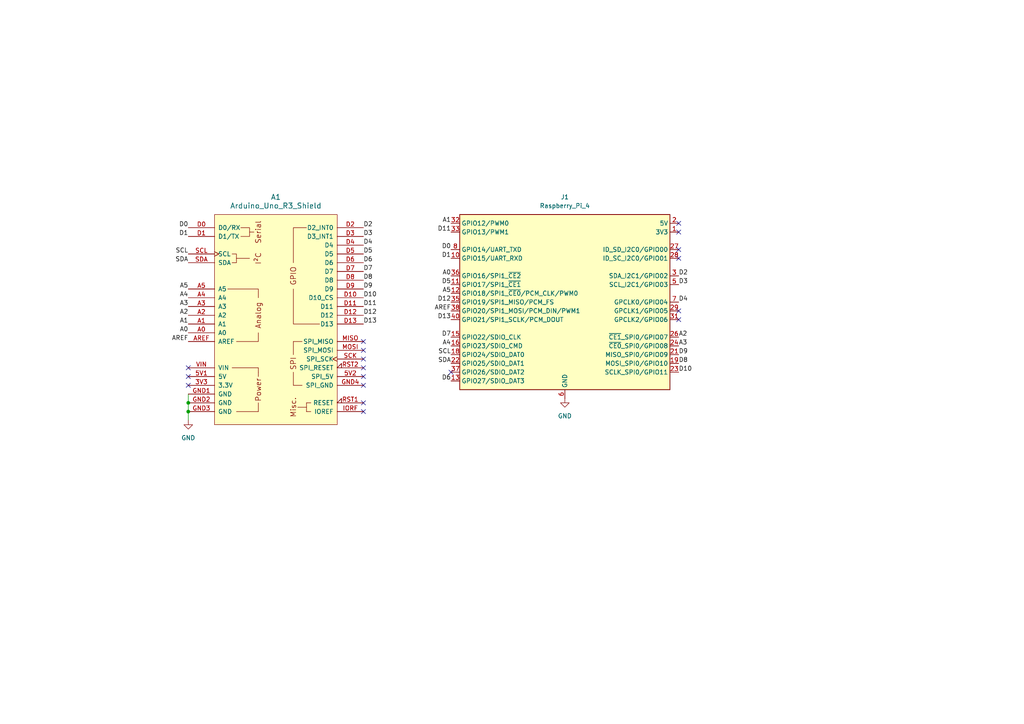
<source format=kicad_sch>
(kicad_sch (version 20250114) (generator "eeschema") (generator_version "9.0")
  (paper "A4")
  (lib_symbols
    (symbol "Connector:Raspberry_Pi_4"
      (property "Reference" "J" (at -17.526 48.768 0))
      (property "Value" "Raspberry_Pi_4" (at 15.748 -26.416 0))
      (symbol "Raspberry_Pi_4_0_1"
        (rectangle (start -30.48 25.4) (end 30.48 -25.4) (stroke (width 0.254)) (fill (type background)))
      )
      (symbol "Raspberry_Pi_4_1_1"
        (pin bidirectional line (at -33.02 22.86 0) (length 2.54) (name "GPIO12/PWM0") (number "32"))
        (pin bidirectional line (at -33.02 20.32 0) (length 2.54) (name "GPIO13/PWM1") (number "33"))
        (pin bidirectional line (at -33.02 15.24 0) (length 2.54) (name "GPIO14/UART_TXD") (number "8"))
        (pin bidirectional line (at -33.02 12.7 0) (length 2.54) (name "GPIO15/UART_RXD") (number "10"))
        (pin bidirectional line (at -33.02 7.62 0) (length 2.54) (name "GPIO16/SPI1_~{CE2}") (number "36"))
        (pin bidirectional line (at -33.02 5.08 0) (length 2.54) (name "GPIO17/SPI1_~{CE1}") (number "11"))
        (pin bidirectional line (at -33.02 2.54 0) (length 2.54) (name "GPIO18/SPI1_~{CE0}/PCM_CLK/PWM0") (number "12"))
        (pin bidirectional line (at -33.02 0 0) (length 2.54) (name "GPIO19/SPI1_MISO/PCM_FS") (number "35"))
        (pin bidirectional line (at -33.02 -2.54 0) (length 2.54) (name "GPIO20/SPI1_MOSI/PCM_DIN/PWM1") (number "38"))
        (pin bidirectional line (at -33.02 -5.08 0) (length 2.54) (name "GPIO21/SPI1_SCLK/PCM_DOUT") (number "40"))
        (pin bidirectional line (at -33.02 -10.16 0) (length 2.54) (name "GPIO22/SDIO_CLK") (number "15"))
        (pin bidirectional line (at -33.02 -12.7 0) (length 2.54) (name "GPIO23/SDIO_CMD") (number "16"))
        (pin bidirectional line (at -33.02 -15.24 0) (length 2.54) (name "GPIO24/SDIO_DAT0") (number "18"))
        (pin bidirectional line (at -33.02 -17.78 0) (length 2.54) (name "GPIO25/SDIO_DAT1") (number "22"))
        (pin bidirectional line (at -33.02 -20.32 0) (length 2.54) (name "GPIO26/SDIO_DAT2") (number "37"))
        (pin bidirectional line (at -33.02 -22.86 0) (length 2.54) (name "GPIO27/SDIO_DAT3") (number "13"))
        (pin passive line (at 0 -27.94 90) (length 2.54) (hide yes) (name "GND") (number "14"))
        (pin passive line (at 0 -27.94 90) (length 2.54) (hide yes) (name "GND") (number "20"))
        (pin passive line (at 0 -27.94 90) (length 2.54) (hide yes) (name "GND") (number "25"))
        (pin passive line (at 0 -27.94 90) (length 2.54) (hide yes) (name "GND") (number "30"))
        (pin passive line (at 0 -27.94 90) (length 2.54) (hide yes) (name "GND") (number "34"))
        (pin passive line (at 0 -27.94 90) (length 2.54) (hide yes) (name "GND") (number "39"))
        (pin power_out line (at 0 -27.94 90) (length 2.54) (name "GND") (number "6"))
        (pin passive line (at 0 -27.94 90) (length 2.54) (hide yes) (name "GND") (number "9"))
        (pin power_out line (at 33.02 22.86 180) (length 2.54) (name "5V") (number "2"))
        (pin passive line (at 33.02 22.86 180) (length 2.54) (hide yes) (name "5V") (number "4"))
        (pin power_out line (at 33.02 20.32 180) (length 2.54) (name "3V3") (number "1"))
        (pin passive line (at 33.02 20.32 180) (length 2.54) (hide yes) (name "3V3") (number "17"))
        (pin bidirectional line (at 33.02 15.24 180) (length 2.54) (name "ID_SD_I2C0/GPIO00") (number "27"))
        (pin bidirectional line (at 33.02 12.7 180) (length 2.54) (name "ID_SC_I2C0/GPIO01") (number "28"))
        (pin bidirectional line (at 33.02 7.62 180) (length 2.54) (name "SDA_I2C1/GPIO02") (number "3"))
        (pin bidirectional line (at 33.02 5.08 180) (length 2.54) (name "SCL_I2C1/GPIO03") (number "5"))
        (pin bidirectional line (at 33.02 0 180) (length 2.54) (name "GPCLK0/GPIO04") (number "7"))
        (pin bidirectional line (at 33.02 -2.54 180) (length 2.54) (name "GPCLK1/GPIO05") (number "29"))
        (pin bidirectional line (at 33.02 -5.08 180) (length 2.54) (name "GPCLK2/GPIO06") (number "31"))
        (pin bidirectional line (at 33.02 -10.16 180) (length 2.54) (name "~{CE1}_SPI0/GPIO07") (number "26"))
        (pin bidirectional line (at 33.02 -12.7 180) (length 2.54) (name "~{CE0}_SPI0/GPIO08") (number "24"))
        (pin bidirectional line (at 33.02 -15.24 180) (length 2.54) (name "MISO_SPI0/GPIO09") (number "21"))
        (pin bidirectional line (at 33.02 -17.78 180) (length 2.54) (name "MOSI_SPI0/GPIO10") (number "19"))
        (pin bidirectional line (at 33.02 -20.32 180) (length 2.54) (name "SCLK_SPI0/GPIO11") (number "23"))
      )
    )
    (symbol "PCM_arduino-library:Arduino_Uno_R3_Shield" (pin_names (offset 1.016))
      (property "Reference" "A" (at 0 36.83 0))
      (property "Value" "Arduino_Uno_R3_Shield" (at 0 33.02 0))
      (symbol "Arduino_Uno_R3_Shield_0_0"
        (rectangle (start -17.78 30.48) (end 17.78 -30.48) (fill (type background)))
        (polyline (pts (xy -12.7 19.05) (xy -11.43 19.05) (xy -11.43 16.51) (xy -12.7 16.51)))
        (rectangle (start -12.7 -13.97) (end -5.08 -13.97))
        (polyline (pts (xy -11.43 17.78) (xy -7.62 17.78)))
        (rectangle (start -11.43 -26.67) (end -5.08 -26.67))
        (polyline (pts (xy -10.16 26.67) (xy -7.62 26.67) (xy -7.62 24.13) (xy -10.16 24.13)))
        (polyline (pts (xy -7.62 25.4) (xy -6.35 25.4)))
        (polyline (pts (xy -5.08 6.35) (xy -5.08 8.89) (xy -13.97 8.89)))
        (polyline (pts (xy -5.08 -3.81) (xy -5.08 -6.35) (xy -11.43 -6.35)))
        (polyline (pts (xy -5.08 -13.97) (xy -5.08 -15.24)))
        (polyline (pts (xy -5.08 -15.24) (xy -5.08 -16.51)))
        (polyline (pts (xy -5.08 -26.67) (xy -5.08 -24.13)))
        (polyline (pts (xy 5.08 16.51) (xy 5.08 26.67) (xy 8.89 26.67)))
        (polyline (pts (xy 5.08 8.89) (xy 5.08 -1.27) (xy 12.7 -1.27)))
        (rectangle (start 5.08 -10.16) (end 5.08 -6.35))
        (rectangle (start 5.08 -19.05) (end 5.08 -15.24))
        (rectangle (start 5.08 -19.05) (end 7.62 -19.05))
        (rectangle (start 7.62 -6.35) (end 5.08 -6.35))
        (rectangle (start 8.89 -24.13) (end 8.89 -26.67))
        (rectangle (start 8.89 -25.4) (end 6.35 -25.4))
        (rectangle (start 10.16 -24.13) (end 8.89 -24.13))
        (rectangle (start 10.16 -26.67) (end 8.89 -26.67))
        (text "Serial" (at -5.08 25.4 900) (effects (font (size 1.524 1.524))))
        (text "I²C" (at -5.08 17.78 900) (effects (font (size 1.524 1.524))))
        (text "Analog" (at -5.08 1.27 900) (effects (font (size 1.524 1.524))))
        (text "Power" (at -5.08 -20.32 900) (effects (font (size 1.524 1.524))))
        (text "SPI" (at 5.08 -12.7 900) (effects (font (size 1.524 1.524))))
        (text "Misc." (at 5.08 -25.4 900) (effects (font (size 1.524 1.524))))
      )
      (symbol "Arduino_Uno_R3_Shield_1_0"
        (text "GPIO" (at 5.08 12.7 900) (effects (font (size 1.524 1.524))))
      )
      (symbol "Arduino_Uno_R3_Shield_1_1"
        (pin bidirectional line (at -25.4 26.67 0) (length 7.62) (name "D0/RX") (number "D0"))
        (pin bidirectional line (at -25.4 24.13 0) (length 7.62) (name "D1/TX") (number "D1"))
        (pin bidirectional clock (at -25.4 19.05 0) (length 7.62) (name "SCL") (number "SCL"))
        (pin bidirectional line (at -25.4 16.51 0) (length 7.62) (name "SDA") (number "SDA"))
        (pin bidirectional line (at -25.4 8.89 0) (length 7.62) (name "A5") (number "A5"))
        (pin bidirectional line (at -25.4 6.35 0) (length 7.62) (name "A4") (number "A4"))
        (pin bidirectional line (at -25.4 3.81 0) (length 7.62) (name "A3") (number "A3"))
        (pin bidirectional line (at -25.4 1.27 0) (length 7.62) (name "A2") (number "A2"))
        (pin bidirectional line (at -25.4 -1.27 0) (length 7.62) (name "A1") (number "A1"))
        (pin bidirectional line (at -25.4 -3.81 0) (length 7.62) (name "A0") (number "A0"))
        (pin input line (at -25.4 -6.35 0) (length 7.62) (name "AREF") (number "AREF"))
        (pin power_in line (at -25.4 -13.97 0) (length 7.62) (name "VIN") (number "VIN"))
        (pin power_in line (at -25.4 -16.51 0) (length 7.62) (name "5V") (number "5V1"))
        (pin power_out line (at -25.4 -19.05 0) (length 7.62) (name "3.3V") (number "3V3"))
        (pin power_in line (at -25.4 -21.59 0) (length 7.62) (name "GND") (number "GND1"))
        (pin power_in line (at -25.4 -24.13 0) (length 7.62) (name "GND") (number "GND2"))
        (pin power_in line (at -25.4 -26.67 0) (length 7.62) (name "GND") (number "GND3"))
        (pin bidirectional line (at 25.4 26.67 180) (length 7.62) (name "D2_INT0") (number "D2"))
        (pin bidirectional line (at 25.4 24.13 180) (length 7.62) (name "D3_INT1") (number "D3"))
        (pin bidirectional line (at 25.4 21.59 180) (length 7.62) (name "D4") (number "D4"))
        (pin bidirectional line (at 25.4 19.05 180) (length 7.62) (name "D5") (number "D5"))
        (pin bidirectional line (at 25.4 16.51 180) (length 7.62) (name "D6") (number "D6"))
        (pin bidirectional line (at 25.4 13.97 180) (length 7.62) (name "D7") (number "D7"))
        (pin bidirectional line (at 25.4 11.43 180) (length 7.62) (name "D8") (number "D8"))
        (pin bidirectional line (at 25.4 8.89 180) (length 7.62) (name "D9") (number "D9"))
        (pin bidirectional line (at 25.4 6.35 180) (length 7.62) (name "D10_CS") (number "D10"))
        (pin bidirectional line (at 25.4 3.81 180) (length 7.62) (name "D11") (number "D11"))
        (pin bidirectional line (at 25.4 1.27 180) (length 7.62) (name "D12") (number "D12"))
        (pin bidirectional line (at 25.4 -1.27 180) (length 7.62) (name "D13") (number "D13"))
        (pin input line (at 25.4 -6.35 180) (length 7.62) (name "SPI_MISO") (number "MISO"))
        (pin output line (at 25.4 -8.89 180) (length 7.62) (name "SPI_MOSI") (number "MOSI"))
        (pin output clock (at 25.4 -11.43 180) (length 7.62) (name "SPI_SCK") (number "SCK"))
        (pin open_collector input_low (at 25.4 -13.97 180) (length 7.62) (name "SPI_RESET") (number "RST2"))
        (pin power_in line (at 25.4 -16.51 180) (length 7.62) (name "SPI_5V") (number "5V2"))
        (pin power_in line (at 25.4 -19.05 180) (length 7.62) (name "SPI_GND") (number "GND4"))
        (pin open_collector input_low (at 25.4 -24.13 180) (length 7.62) (name "RESET") (number "RST1"))
        (pin output line (at 25.4 -26.67 180) (length 7.62) (name "IOREF") (number "IORF"))
      )
    )
    (symbol "power:GND" (power) (pin_numbers (hide yes)) (pin_names (offset 0) (hide yes))
      (property "Value" "GND" (at 0 -3.81 0))
      (symbol "GND_0_1"
        (polyline (pts (xy 0 0) (xy 0 -1.27) (xy 1.27 -1.27) (xy 0 -2.54) (xy -1.27 -1.27) (xy 0 -1.27)))
      )
      (symbol "GND_1_1"
        (pin power_in line (at 0 0 270) (length 0) (name "~") (number "1"))
      )
    )
  )
  (junction (at 54.61 116.84))
  (junction (at 54.61 119.38))
  (no_connect (at 196.85 74.93))
  (no_connect (at 105.41 106.68))
  (no_connect (at 196.85 64.77))
  (no_connect (at 105.41 104.14))
  (no_connect (at 54.61 109.22))
  (no_connect (at 105.41 101.6))
  (no_connect (at 196.85 90.17))
  (no_connect (at 105.41 109.22))
  (no_connect (at 105.41 111.76))
  (no_connect (at 105.41 99.06))
  (no_connect (at 196.85 72.39))
  (no_connect (at 105.41 119.38))
  (no_connect (at 196.85 92.71))
  (no_connect (at 196.85 67.31))
  (no_connect (at 54.61 106.68))
  (no_connect (at 105.41 116.84))
  (no_connect (at 54.61 111.76))
  (no_connect (at 130.81 107.95))
  (wire (pts (xy 54.61 119.38) (xy 54.61 121.92)))
  (wire (pts (xy 54.61 114.3) (xy 54.61 116.84)))
  (wire (pts (xy 54.61 116.84) (xy 54.61 119.38)))
  (label "D13" (at 105.41 93.98 0))
  (label "SCL" (at 54.61 73.66 180))
  (label "D3" (at 196.85 82.55 0))
  (label "D8" (at 105.41 81.28 0))
  (label "A2" (at 196.85 97.79 0))
  (label "A5" (at 54.61 83.82 180))
  (label "D6" (at 130.81 110.49 180))
  (label "D9" (at 105.41 83.82 0))
  (label "A5" (at 130.81 85.09 180))
  (label "D5" (at 105.41 73.66 0))
  (label "D11" (at 105.41 88.9 0))
  (label "A1" (at 54.61 93.98 180))
  (label "A4" (at 54.61 86.36 180))
  (label "D8" (at 196.85 105.41 0))
  (label "AREF" (at 130.81 90.17 180))
  (label "D4" (at 196.85 87.63 0))
  (label "D4" (at 105.41 71.12 0))
  (label "D10" (at 196.85 107.95 0))
  (label "D6" (at 105.41 76.2 0))
  (label "D11" (at 130.81 67.31 180))
  (label "D1" (at 54.61 68.58 180))
  (label "D0" (at 54.61 66.04 180))
  (label "D12" (at 130.81 87.63 180))
  (label "A3" (at 196.85 100.33 0))
  (label "A4" (at 130.81 100.33 180))
  (label "D13" (at 130.81 92.71 180))
  (label "D10" (at 105.41 86.36 0))
  (label "D5" (at 130.81 82.55 180))
  (label "A3" (at 54.61 88.9 180))
  (label "A1" (at 130.81 64.77 180))
  (label "A2" (at 54.61 91.44 180))
  (label "D7" (at 130.81 97.79 180))
  (label "D0" (at 130.81 72.39 180))
  (label "SCL" (at 130.81 102.87 180))
  (label "D2" (at 196.85 80.01 0))
  (label "D3" (at 105.41 68.58 0))
  (label "A0" (at 54.61 96.52 180))
  (label "SDA" (at 54.61 76.2 180))
  (label "A0" (at 130.81 80.01 180))
  (label "AREF" (at 54.61 99.06 180))
  (label "SDA" (at 130.81 105.41 180))
  (label "D1" (at 130.81 74.93 180))
  (label "D9" (at 196.85 102.87 0))
  (label "D12" (at 105.41 91.44 0))
  (label "D2" (at 105.41 66.04 0))
  (label "D7" (at 105.41 78.74 0))
  (symbol (lib_id "power:GND") (at 54.61 121.92 0) (unit 1)
    (property "Reference" "#PWR02" (effects (hide yes)))
    (property "Value" "GND" (at 54.61 127 0))
    (property "Description" "Power symbol creates a global label with name \"GND\" , ground" (effects (hide yes)))
  )
  (symbol (lib_id "power:GND") (at 163.83 115.57 0) (unit 1)
    (property "Reference" "#PWR01" (effects (hide yes)))
    (property "Value" "GND" (at 163.83 120.65 0))
    (property "Description" "Power symbol creates a global label with name \"GND\" , ground" (effects (hide yes)))
  )
  (symbol (lib_id "PCM_arduino-library:Arduino_Uno_R3_Shield") (at 80.01 92.71 0) (unit 1)
    (property "Reference" "A1" (at 80.01 57.15 0) (effects (font (size 1.524 1.524))))
    (property "Value" "Arduino_Uno_R3_Shield" (at 80.01 59.69 0) (effects (font (size 1.524 1.524))))
    (property "Footprint" "PCM_arduino-library:Arduino_Uno_R3_Shield" (effects (hide yes)))
    (property "Datasheet" "https://docs.arduino.cc/hardware/uno-rev3" (effects (hide yes)))
    (property "Description" "Shield for Arduino Uno R3" (effects (hide yes)))
  )
  (symbol (lib_id "Connector:Raspberry_Pi_4") (at 163.83 87.63 0) (unit 1)
    (property "Reference" "J1" (at 163.83 57.15 0))
    (property "Value" "Raspberry_Pi_4" (at 163.83 59.69 0))
    (property "Footprint" "Connector_IDC:IDC-Header_2x20_P2.54mm_Vertical" (effects (hide yes)))
    (property "Datasheet" "https://datasheets.raspberrypi.com/rpi4/raspberry-pi-4-datasheet.pdf" (effects (hide yes)))
    (property "Description" "Raspberry Pi 4 Model B" (effects (hide yes)))
  )
)
</source>
